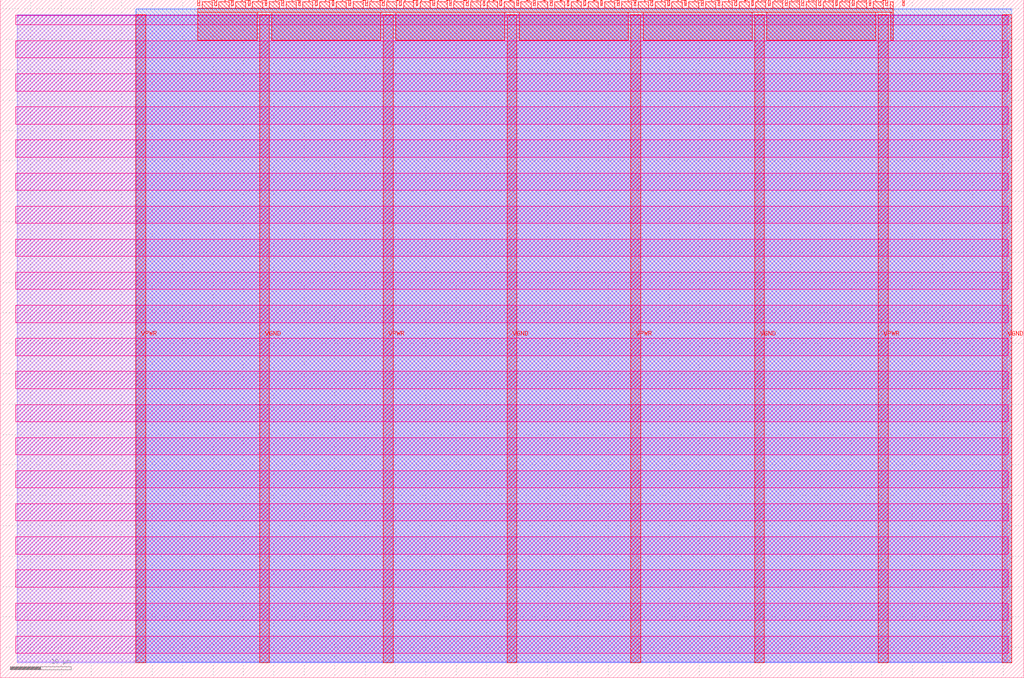
<source format=lef>
VERSION 5.7 ;
  NOWIREEXTENSIONATPIN ON ;
  DIVIDERCHAR "/" ;
  BUSBITCHARS "[]" ;
MACRO tt_um_wokwi_379319062779062273
  CLASS BLOCK ;
  FOREIGN tt_um_wokwi_379319062779062273 ;
  ORIGIN 0.000 0.000 ;
  SIZE 168.360 BY 111.520 ;
  PIN VGND
    DIRECTION INOUT ;
    USE GROUND ;
    PORT
      LAYER met4 ;
        RECT 42.670 2.480 44.270 109.040 ;
    END
    PORT
      LAYER met4 ;
        RECT 83.380 2.480 84.980 109.040 ;
    END
    PORT
      LAYER met4 ;
        RECT 124.090 2.480 125.690 109.040 ;
    END
    PORT
      LAYER met4 ;
        RECT 164.800 2.480 166.400 109.040 ;
    END
  END VGND
  PIN VPWR
    DIRECTION INOUT ;
    USE POWER ;
    PORT
      LAYER met4 ;
        RECT 22.315 2.480 23.915 109.040 ;
    END
    PORT
      LAYER met4 ;
        RECT 63.025 2.480 64.625 109.040 ;
    END
    PORT
      LAYER met4 ;
        RECT 103.735 2.480 105.335 109.040 ;
    END
    PORT
      LAYER met4 ;
        RECT 144.445 2.480 146.045 109.040 ;
    END
  END VPWR
  PIN clk
    DIRECTION INPUT ;
    USE SIGNAL ;
    ANTENNAGATEAREA 0.159000 ;
    PORT
      LAYER met4 ;
        RECT 145.670 110.520 145.970 111.520 ;
    END
  END clk
  PIN ena
    DIRECTION INPUT ;
    USE SIGNAL ;
    PORT
      LAYER met4 ;
        RECT 148.430 110.520 148.730 111.520 ;
    END
  END ena
  PIN rst_n
    DIRECTION INPUT ;
    USE SIGNAL ;
    PORT
      LAYER met4 ;
        RECT 142.910 110.520 143.210 111.520 ;
    END
  END rst_n
  PIN ui_in[0]
    DIRECTION INPUT ;
    USE SIGNAL ;
    PORT
      LAYER met4 ;
        RECT 140.150 110.520 140.450 111.520 ;
    END
  END ui_in[0]
  PIN ui_in[1]
    DIRECTION INPUT ;
    USE SIGNAL ;
    PORT
      LAYER met4 ;
        RECT 137.390 110.520 137.690 111.520 ;
    END
  END ui_in[1]
  PIN ui_in[2]
    DIRECTION INPUT ;
    USE SIGNAL ;
    PORT
      LAYER met4 ;
        RECT 134.630 110.520 134.930 111.520 ;
    END
  END ui_in[2]
  PIN ui_in[3]
    DIRECTION INPUT ;
    USE SIGNAL ;
    PORT
      LAYER met4 ;
        RECT 131.870 110.520 132.170 111.520 ;
    END
  END ui_in[3]
  PIN ui_in[4]
    DIRECTION INPUT ;
    USE SIGNAL ;
    PORT
      LAYER met4 ;
        RECT 129.110 110.520 129.410 111.520 ;
    END
  END ui_in[4]
  PIN ui_in[5]
    DIRECTION INPUT ;
    USE SIGNAL ;
    PORT
      LAYER met4 ;
        RECT 126.350 110.520 126.650 111.520 ;
    END
  END ui_in[5]
  PIN ui_in[6]
    DIRECTION INPUT ;
    USE SIGNAL ;
    PORT
      LAYER met4 ;
        RECT 123.590 110.520 123.890 111.520 ;
    END
  END ui_in[6]
  PIN ui_in[7]
    DIRECTION INPUT ;
    USE SIGNAL ;
    PORT
      LAYER met4 ;
        RECT 120.830 110.520 121.130 111.520 ;
    END
  END ui_in[7]
  PIN uio_in[0]
    DIRECTION INPUT ;
    USE SIGNAL ;
    PORT
      LAYER met4 ;
        RECT 118.070 110.520 118.370 111.520 ;
    END
  END uio_in[0]
  PIN uio_in[1]
    DIRECTION INPUT ;
    USE SIGNAL ;
    PORT
      LAYER met4 ;
        RECT 115.310 110.520 115.610 111.520 ;
    END
  END uio_in[1]
  PIN uio_in[2]
    DIRECTION INPUT ;
    USE SIGNAL ;
    PORT
      LAYER met4 ;
        RECT 112.550 110.520 112.850 111.520 ;
    END
  END uio_in[2]
  PIN uio_in[3]
    DIRECTION INPUT ;
    USE SIGNAL ;
    PORT
      LAYER met4 ;
        RECT 109.790 110.520 110.090 111.520 ;
    END
  END uio_in[3]
  PIN uio_in[4]
    DIRECTION INPUT ;
    USE SIGNAL ;
    PORT
      LAYER met4 ;
        RECT 107.030 110.520 107.330 111.520 ;
    END
  END uio_in[4]
  PIN uio_in[5]
    DIRECTION INPUT ;
    USE SIGNAL ;
    PORT
      LAYER met4 ;
        RECT 104.270 110.520 104.570 111.520 ;
    END
  END uio_in[5]
  PIN uio_in[6]
    DIRECTION INPUT ;
    USE SIGNAL ;
    PORT
      LAYER met4 ;
        RECT 101.510 110.520 101.810 111.520 ;
    END
  END uio_in[6]
  PIN uio_in[7]
    DIRECTION INPUT ;
    USE SIGNAL ;
    PORT
      LAYER met4 ;
        RECT 98.750 110.520 99.050 111.520 ;
    END
  END uio_in[7]
  PIN uio_oe[0]
    DIRECTION OUTPUT TRISTATE ;
    USE SIGNAL ;
    PORT
      LAYER met4 ;
        RECT 51.830 110.520 52.130 111.520 ;
    END
  END uio_oe[0]
  PIN uio_oe[1]
    DIRECTION OUTPUT TRISTATE ;
    USE SIGNAL ;
    PORT
      LAYER met4 ;
        RECT 49.070 110.520 49.370 111.520 ;
    END
  END uio_oe[1]
  PIN uio_oe[2]
    DIRECTION OUTPUT TRISTATE ;
    USE SIGNAL ;
    PORT
      LAYER met4 ;
        RECT 46.310 110.520 46.610 111.520 ;
    END
  END uio_oe[2]
  PIN uio_oe[3]
    DIRECTION OUTPUT TRISTATE ;
    USE SIGNAL ;
    PORT
      LAYER met4 ;
        RECT 43.550 110.520 43.850 111.520 ;
    END
  END uio_oe[3]
  PIN uio_oe[4]
    DIRECTION OUTPUT TRISTATE ;
    USE SIGNAL ;
    PORT
      LAYER met4 ;
        RECT 40.790 110.520 41.090 111.520 ;
    END
  END uio_oe[4]
  PIN uio_oe[5]
    DIRECTION OUTPUT TRISTATE ;
    USE SIGNAL ;
    PORT
      LAYER met4 ;
        RECT 38.030 110.520 38.330 111.520 ;
    END
  END uio_oe[5]
  PIN uio_oe[6]
    DIRECTION OUTPUT TRISTATE ;
    USE SIGNAL ;
    PORT
      LAYER met4 ;
        RECT 35.270 110.520 35.570 111.520 ;
    END
  END uio_oe[6]
  PIN uio_oe[7]
    DIRECTION OUTPUT TRISTATE ;
    USE SIGNAL ;
    PORT
      LAYER met4 ;
        RECT 32.510 110.520 32.810 111.520 ;
    END
  END uio_oe[7]
  PIN uio_out[0]
    DIRECTION OUTPUT TRISTATE ;
    USE SIGNAL ;
    PORT
      LAYER met4 ;
        RECT 73.910 110.520 74.210 111.520 ;
    END
  END uio_out[0]
  PIN uio_out[1]
    DIRECTION OUTPUT TRISTATE ;
    USE SIGNAL ;
    PORT
      LAYER met4 ;
        RECT 71.150 110.520 71.450 111.520 ;
    END
  END uio_out[1]
  PIN uio_out[2]
    DIRECTION OUTPUT TRISTATE ;
    USE SIGNAL ;
    PORT
      LAYER met4 ;
        RECT 68.390 110.520 68.690 111.520 ;
    END
  END uio_out[2]
  PIN uio_out[3]
    DIRECTION OUTPUT TRISTATE ;
    USE SIGNAL ;
    PORT
      LAYER met4 ;
        RECT 65.630 110.520 65.930 111.520 ;
    END
  END uio_out[3]
  PIN uio_out[4]
    DIRECTION OUTPUT TRISTATE ;
    USE SIGNAL ;
    PORT
      LAYER met4 ;
        RECT 62.870 110.520 63.170 111.520 ;
    END
  END uio_out[4]
  PIN uio_out[5]
    DIRECTION OUTPUT TRISTATE ;
    USE SIGNAL ;
    PORT
      LAYER met4 ;
        RECT 60.110 110.520 60.410 111.520 ;
    END
  END uio_out[5]
  PIN uio_out[6]
    DIRECTION OUTPUT TRISTATE ;
    USE SIGNAL ;
    PORT
      LAYER met4 ;
        RECT 57.350 110.520 57.650 111.520 ;
    END
  END uio_out[6]
  PIN uio_out[7]
    DIRECTION OUTPUT TRISTATE ;
    USE SIGNAL ;
    PORT
      LAYER met4 ;
        RECT 54.590 110.520 54.890 111.520 ;
    END
  END uio_out[7]
  PIN uo_out[0]
    DIRECTION OUTPUT TRISTATE ;
    USE SIGNAL ;
    ANTENNADIFFAREA 0.795200 ;
    PORT
      LAYER met4 ;
        RECT 95.990 110.520 96.290 111.520 ;
    END
  END uo_out[0]
  PIN uo_out[1]
    DIRECTION OUTPUT TRISTATE ;
    USE SIGNAL ;
    ANTENNADIFFAREA 0.795200 ;
    PORT
      LAYER met4 ;
        RECT 93.230 110.520 93.530 111.520 ;
    END
  END uo_out[1]
  PIN uo_out[2]
    DIRECTION OUTPUT TRISTATE ;
    USE SIGNAL ;
    ANTENNADIFFAREA 0.445500 ;
    PORT
      LAYER met4 ;
        RECT 90.470 110.520 90.770 111.520 ;
    END
  END uo_out[2]
  PIN uo_out[3]
    DIRECTION OUTPUT TRISTATE ;
    USE SIGNAL ;
    ANTENNADIFFAREA 0.795200 ;
    PORT
      LAYER met4 ;
        RECT 87.710 110.520 88.010 111.520 ;
    END
  END uo_out[3]
  PIN uo_out[4]
    DIRECTION OUTPUT TRISTATE ;
    USE SIGNAL ;
    ANTENNADIFFAREA 0.445500 ;
    PORT
      LAYER met4 ;
        RECT 84.950 110.520 85.250 111.520 ;
    END
  END uo_out[4]
  PIN uo_out[5]
    DIRECTION OUTPUT TRISTATE ;
    USE SIGNAL ;
    ANTENNADIFFAREA 0.445500 ;
    PORT
      LAYER met4 ;
        RECT 82.190 110.520 82.490 111.520 ;
    END
  END uo_out[5]
  PIN uo_out[6]
    DIRECTION OUTPUT TRISTATE ;
    USE SIGNAL ;
    ANTENNADIFFAREA 0.795200 ;
    PORT
      LAYER met4 ;
        RECT 79.430 110.520 79.730 111.520 ;
    END
  END uo_out[6]
  PIN uo_out[7]
    DIRECTION OUTPUT TRISTATE ;
    USE SIGNAL ;
    PORT
      LAYER met4 ;
        RECT 76.670 110.520 76.970 111.520 ;
    END
  END uo_out[7]
  OBS
      LAYER nwell ;
        RECT 2.570 107.385 165.790 108.990 ;
        RECT 2.570 101.945 165.790 104.775 ;
        RECT 2.570 96.505 165.790 99.335 ;
        RECT 2.570 91.065 165.790 93.895 ;
        RECT 2.570 85.625 165.790 88.455 ;
        RECT 2.570 80.185 165.790 83.015 ;
        RECT 2.570 74.745 165.790 77.575 ;
        RECT 2.570 69.305 165.790 72.135 ;
        RECT 2.570 63.865 165.790 66.695 ;
        RECT 2.570 58.425 165.790 61.255 ;
        RECT 2.570 52.985 165.790 55.815 ;
        RECT 2.570 47.545 165.790 50.375 ;
        RECT 2.570 42.105 165.790 44.935 ;
        RECT 2.570 36.665 165.790 39.495 ;
        RECT 2.570 31.225 165.790 34.055 ;
        RECT 2.570 25.785 165.790 28.615 ;
        RECT 2.570 20.345 165.790 23.175 ;
        RECT 2.570 14.905 165.790 17.735 ;
        RECT 2.570 9.465 165.790 12.295 ;
        RECT 2.570 4.025 165.790 6.855 ;
      LAYER li1 ;
        RECT 2.760 2.635 165.600 108.885 ;
      LAYER met1 ;
        RECT 2.760 2.480 166.400 109.040 ;
      LAYER met2 ;
        RECT 22.345 2.535 166.370 110.005 ;
      LAYER met3 ;
        RECT 22.325 2.555 166.390 109.985 ;
      LAYER met4 ;
        RECT 33.210 110.120 34.870 111.170 ;
        RECT 35.970 110.120 37.630 111.170 ;
        RECT 38.730 110.120 40.390 111.170 ;
        RECT 41.490 110.120 43.150 111.170 ;
        RECT 44.250 110.120 45.910 111.170 ;
        RECT 47.010 110.120 48.670 111.170 ;
        RECT 49.770 110.120 51.430 111.170 ;
        RECT 52.530 110.120 54.190 111.170 ;
        RECT 55.290 110.120 56.950 111.170 ;
        RECT 58.050 110.120 59.710 111.170 ;
        RECT 60.810 110.120 62.470 111.170 ;
        RECT 63.570 110.120 65.230 111.170 ;
        RECT 66.330 110.120 67.990 111.170 ;
        RECT 69.090 110.120 70.750 111.170 ;
        RECT 71.850 110.120 73.510 111.170 ;
        RECT 74.610 110.120 76.270 111.170 ;
        RECT 77.370 110.120 79.030 111.170 ;
        RECT 80.130 110.120 81.790 111.170 ;
        RECT 82.890 110.120 84.550 111.170 ;
        RECT 85.650 110.120 87.310 111.170 ;
        RECT 88.410 110.120 90.070 111.170 ;
        RECT 91.170 110.120 92.830 111.170 ;
        RECT 93.930 110.120 95.590 111.170 ;
        RECT 96.690 110.120 98.350 111.170 ;
        RECT 99.450 110.120 101.110 111.170 ;
        RECT 102.210 110.120 103.870 111.170 ;
        RECT 104.970 110.120 106.630 111.170 ;
        RECT 107.730 110.120 109.390 111.170 ;
        RECT 110.490 110.120 112.150 111.170 ;
        RECT 113.250 110.120 114.910 111.170 ;
        RECT 116.010 110.120 117.670 111.170 ;
        RECT 118.770 110.120 120.430 111.170 ;
        RECT 121.530 110.120 123.190 111.170 ;
        RECT 124.290 110.120 125.950 111.170 ;
        RECT 127.050 110.120 128.710 111.170 ;
        RECT 129.810 110.120 131.470 111.170 ;
        RECT 132.570 110.120 134.230 111.170 ;
        RECT 135.330 110.120 136.990 111.170 ;
        RECT 138.090 110.120 139.750 111.170 ;
        RECT 140.850 110.120 142.510 111.170 ;
        RECT 143.610 110.120 145.270 111.170 ;
        RECT 146.370 110.120 146.905 111.170 ;
        RECT 32.495 109.440 146.905 110.120 ;
        RECT 32.495 104.895 42.270 109.440 ;
        RECT 44.670 104.895 62.625 109.440 ;
        RECT 65.025 104.895 82.980 109.440 ;
        RECT 85.380 104.895 103.335 109.440 ;
        RECT 105.735 104.895 123.690 109.440 ;
        RECT 126.090 104.895 144.045 109.440 ;
        RECT 146.445 104.895 146.905 109.440 ;
  END
END tt_um_wokwi_379319062779062273
END LIBRARY


</source>
